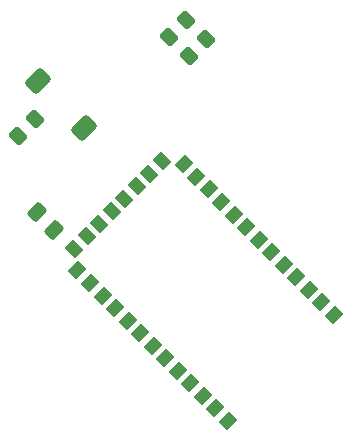
<source format=gtp>
G04 #@! TF.GenerationSoftware,KiCad,Pcbnew,(7.0.0)*
G04 #@! TF.CreationDate,2023-04-27T15:14:50-06:00*
G04 #@! TF.ProjectId,Fonocardiograma_V3C,466f6e6f-6361-4726-9469-6f6772616d61,rev?*
G04 #@! TF.SameCoordinates,Original*
G04 #@! TF.FileFunction,Paste,Top*
G04 #@! TF.FilePolarity,Positive*
%FSLAX46Y46*%
G04 Gerber Fmt 4.6, Leading zero omitted, Abs format (unit mm)*
G04 Created by KiCad (PCBNEW (7.0.0)) date 2023-04-27 15:14:50*
%MOMM*%
%LPD*%
G01*
G04 APERTURE LIST*
G04 Aperture macros list*
%AMRoundRect*
0 Rectangle with rounded corners*
0 $1 Rounding radius*
0 $2 $3 $4 $5 $6 $7 $8 $9 X,Y pos of 4 corners*
0 Add a 4 corners polygon primitive as box body*
4,1,4,$2,$3,$4,$5,$6,$7,$8,$9,$2,$3,0*
0 Add four circle primitives for the rounded corners*
1,1,$1+$1,$2,$3*
1,1,$1+$1,$4,$5*
1,1,$1+$1,$6,$7*
1,1,$1+$1,$8,$9*
0 Add four rect primitives between the rounded corners*
20,1,$1+$1,$2,$3,$4,$5,0*
20,1,$1+$1,$4,$5,$6,$7,0*
20,1,$1+$1,$6,$7,$8,$9,0*
20,1,$1+$1,$8,$9,$2,$3,0*%
%AMRotRect*
0 Rectangle, with rotation*
0 The origin of the aperture is its center*
0 $1 length*
0 $2 width*
0 $3 Rotation angle, in degrees counterclockwise*
0 Add horizontal line*
21,1,$1,$2,0,0,$3*%
G04 Aperture macros list end*
%ADD10RotRect,1.300000X1.000000X225.000000*%
%ADD11RotRect,1.300000X1.000000X315.000000*%
%ADD12RotRect,1.300000X1.000000X45.000000*%
%ADD13RoundRect,0.250000X0.574524X0.097227X0.097227X0.574524X-0.574524X-0.097227X-0.097227X-0.574524X0*%
%ADD14RoundRect,0.375000X-0.707107X-0.176777X-0.176777X-0.707107X0.707107X0.176777X0.176777X0.707107X0*%
%ADD15RoundRect,0.250000X0.088388X-0.548008X0.548008X-0.088388X-0.088388X0.548008X-0.548008X0.088388X0*%
G04 APERTURE END LIST*
D10*
X105155919Y-74675999D03*
X104095259Y-73615339D03*
X103034599Y-72554679D03*
X101973939Y-71494019D03*
X100913279Y-70433359D03*
X99852619Y-69372698D03*
X98791958Y-68312038D03*
X97731298Y-67251378D03*
X96670638Y-66190718D03*
X95609978Y-65130058D03*
X94549318Y-64069398D03*
X93488658Y-63008737D03*
X92427997Y-61948077D03*
D11*
X90589520Y-61665235D03*
X89528860Y-62725895D03*
X88468199Y-63786555D03*
X87407539Y-64847215D03*
X86346879Y-65907875D03*
X85286219Y-66968535D03*
X84225559Y-68029196D03*
X83164899Y-69089856D03*
D12*
X83447741Y-70928333D03*
X84508401Y-71988994D03*
X85569062Y-73049654D03*
X86629722Y-74110314D03*
X87690382Y-75170974D03*
X88751042Y-76231634D03*
X89811702Y-77292294D03*
X90872362Y-78352955D03*
X91933023Y-79413615D03*
X92993683Y-80474275D03*
X94054343Y-81534935D03*
X95115003Y-82595595D03*
X96175663Y-83656255D03*
D13*
X81454823Y-67484823D03*
X79987577Y-66017577D03*
D14*
X80066344Y-54920344D03*
X84017656Y-58871656D03*
D15*
X78396216Y-59525784D03*
X79845784Y-58076216D03*
X91223216Y-51143784D03*
X92672784Y-49694216D03*
X92874216Y-52794784D03*
X94323784Y-51345216D03*
M02*

</source>
